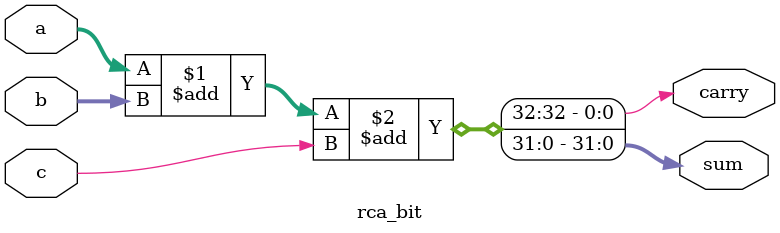
<source format=v>
`timescale 1ns / 1ps

/* `timescale 1ns / 1ps

// 64th Order FIR Filter with Fixed Coefficients (Q1.15)
module fir_filter(
    input clk,
    input reset,
    input [15:0] xin,
    output [31:0] yout
);

wire signed [15:0] x[0:63];
wire signed [31:0] p[0:63];
wire signed [31:0] s[0:63];

    // Coefficient ROM (Q1.15 format)
    (* rom_style = "distributed" *) reg signed [15:0] h[0:63];

    initial begin
        h[0]  = 16'h0000; h[1]  = 16'h0005; h[2]  = 16'h0000; h[3]  = 16'hFFFD;
        h[4]  = 16'hFFF9; h[5]  = 16'hFFFA; h[6]  = 16'h0000; h[7]  = 16'h000A;
        h[8]  = 16'h0012; h[9]  = 16'h001F; h[10] = 16'h0014; h[11] = 16'hFFE3;
        h[12] = 16'hFFB6; h[13] = 16'hFFA3; h[14] = 16'hFFCD; h[15] = 16'h0000;
        h[16] = 16'h004C; h[17] = 16'h0095; h[18] = 16'h0085; h[19] = 16'h0000;
        h[20] = 16'hFEAD; h[21] = 16'hFCBC; h[22] = 16'h17D3; h[23] = 16'h17F6;
        h[24] = 16'h17F6; h[25] = 16'h17D3; h[26] = 16'hFCBC; h[27] = 16'hFEAD;
        h[28] = 16'h0000; h[29] = 16'h0085; h[30] = 16'h0095; h[31] = 16'h004C;
        h[32] = 16'h0000; h[33] = 16'hFFCD; h[34] = 16'hFFA3; h[35] = 16'hFFB6;
        h[36] = 16'hFFE3; h[37] = 16'h0014; h[38] = 16'h001F; h[39] = 16'h0012;
        h[40] = 16'h000A; h[41] = 16'h0000; h[42] = 16'hFFFA; h[43] = 16'hFFF9;
        h[44] = 16'hFFFD; h[45] = 16'h0000; h[46] = 16'h0005; h[47] = 16'h0000;
        h[48] = 16'h0000; h[49] = 16'h0005; h[50] = 16'h0000; h[51] = 16'hFFFD;
        h[52] = 16'hFFF9; h[53] = 16'hFFFA; h[54] = 16'h0000; h[55] = 16'h000A;
        h[56] = 16'h0012; h[57] = 16'h001F; h[58] = 16'h0014; h[59] = 16'hFFE3;
        h[60] = 16'h0000; h[61] = 16'h0000; h[62] = 16'h0000; h[63] = 16'h0000;
    end

    // Shift Register Chain
    assign x[0] = xin;
    genvar i;
    generate
        for (i = 1; i < 64; i = i + 1) begin : shift_regs
            dff_16bit d (.clk(clk), .reset(reset), .d(x[i-1]), .q(x[i]));
        end
    endgenerate

    // Multipliers
    generate
        for (i = 0; i < 64; i = i + 1) begin : multipliers
           mul_16bit m (.A($signed(x[i])), .B(h[i]), .P(p[i]), .C());
        end
    endgenerate

    // RCA Tree
    assign s[0] = p[0];
    generate
        for (i = 1; i < 64; i = i + 1) begin : adders
            rca_32bit a (.a(s[i-1]), .b(p[i]), .c(1'b0), .sum(s[i]), .carry());

        end
    endgenerate

    assign yout = s[63];

endmodule
*/

`timescale 1ns / 1ps

//////////////////////////////////////////////////////////////////////////////////
// 64-Tap FIR Filter
// Architecture: Direct Form FIR
// Format: Q1.15 Coefficients, 16-bit signed input, 32-bit signed output
//////////////////////////////////////////////////////////////////////////////////

module fir_filter (
    input clk,
    input reset,
    input [15:0] xin,
    output [31:0] yout
);

// Internal Signals
wire signed [15:0] x[0:63];
wire signed [31:0] p[0:63];
wire signed [31:0] s[0:63];

// Coefficient ROM (Q1.15)
(* rom_style = "distributed" *) reg signed [15:0] h[0:63];
integer j;
initial begin
    h[0]  = 16'h0000; h[1]  = 16'h0005; h[2]  = 16'h0000; h[3]  = 16'hFFFD;
    h[4]  = 16'hFFF9; h[5]  = 16'hFFFA; h[6]  = 16'h0000; h[7]  = 16'h000A;
    h[8]  = 16'h0012; h[9]  = 16'h001F; h[10] = 16'h0014; h[11] = 16'hFFE3;
    h[12] = 16'hFFB6; h[13] = 16'hFFA3; h[14] = 16'hFFCD; h[15] = 16'h0000;
    h[16] = 16'h004C; h[17] = 16'h0095; h[18] = 16'h0085; h[19] = 16'h0000;
    h[20] = 16'hFEAD; h[21] = 16'hFCBC; h[22] = 16'h17D3; h[23] = 16'h17F6;
    h[24] = 16'h17F6; h[25] = 16'h17D3; h[26] = 16'hFCBC; h[27] = 16'hFEAD;
    h[28] = 16'h0000; h[29] = 16'h0085; h[30] = 16'h0095; h[31] = 16'h004C;
    h[32] = 16'h0000; h[33] = 16'hFFCD; h[34] = 16'hFFA3; h[35] = 16'hFFB6;
    h[36] = 16'hFFE3; h[37] = 16'h0014; h[38] = 16'h001F; h[39] = 16'h0012;
    h[40] = 16'h000A; h[41] = 16'h0000; h[42] = 16'hFFFA; h[43] = 16'hFFF9;
    h[44] = 16'hFFFD; h[45] = 16'h0000; h[46] = 16'h0005; h[47] = 16'h0000;
    h[48] = 16'h0000; h[49] = 16'h0005; h[50] = 16'h0000; h[51] = 16'hFFFD;
    h[52] = 16'hFFF9; h[53] = 16'hFFFA; h[54] = 16'h0000; h[55] = 16'h000A;
    h[56] = 16'h0012; h[57] = 16'h001F; h[58] = 16'h0014; h[59] = 16'hFFE3;
    h[60] = 16'h0000; h[61] = 16'h0000; h[62] = 16'h0000; h[63] = 16'h0000;
end

assign x[0] = xin;

// Shift Register for Delay Line
genvar i;
generate
    for (i = 1; i < 64; i = i + 1) begin : shift
        dff_bit dff_inst (.clk(clk), .reset(reset), .d(x[i-1]), .q(x[i]));
    end
endgenerate

// Multipliers: p[i] = h[i] * x[i]
generate
    for (i = 0; i < 64; i = i + 1) begin : muls
        mul_bit mul_inst (.A(x[i]), .B(h[i]), .P(p[i]), .C());
    end
endgenerate

// Accumulation using RCA tree
assign s[0] = p[0];
generate
    for (i = 1; i < 64; i = i + 1) begin : adders
        rca_bit add_inst (.a(s[i-1]), .b(p[i]), .c(1'b0), .sum(s[i]), .carry());
    end
endgenerate

assign yout = s[63];

endmodule

//////////////////////////////////////////////////////////////////////////////////
// 16-bit D Flip-Flop
//////////////////////////////////////////////////////////////////////////////////
module dff_bit (
    input clk,
    input reset,
    input [15:0] d,
    output reg [15:0] q
);
always @(posedge clk or posedge reset) begin
    if (reset)
        q <= 16'd0;
    else
        q <= d;
end
endmodule

//////////////////////////////////////////////////////////////////////////////////
// 16-bit Signed Multiplier
//////////////////////////////////////////////////////////////////////////////////
module mul_bit (
    input signed [15:0] A,
    input signed [15:0] B,
    output signed [31:0] P,
    output C // Unused carry
);
assign P = A * B;
assign C = 1'b0;
endmodule

//////////////////////////////////////////////////////////////////////////////////
// 32-bit Ripple Carry Adder
//////////////////////////////////////////////////////////////////////////////////
module rca_bit (
    input [31:0] a,
    input [31:0] b,
    input c,
    output [31:0] sum,
    output carry
);
assign {carry, sum} = a + b + c;
endmodule

</source>
